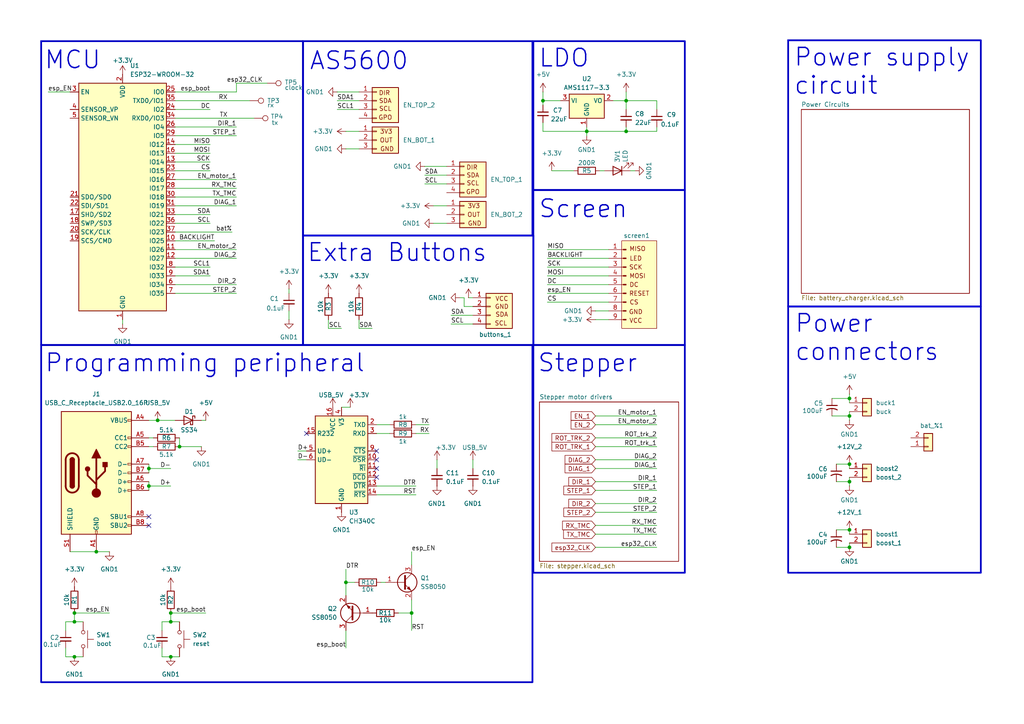
<source format=kicad_sch>
(kicad_sch (version 20250114) (generator "eeschema") (generator_version "9.0")
  (paper "A4")
  (rectangle (start 11.938 11.938) (end 87.884 100.076) (stroke (width 0.508)))
  (rectangle (start 154.686 100.076) (end 198.628 166.116) (stroke (width 0.508)))
  (rectangle (start 87.884 11.938) (end 154.432 68.326) (stroke (width 0.508)))
  (rectangle (start 154.686 11.938) (end 198.628 55.118) (stroke (width 0.508)))
  (rectangle (start 87.884 68.326) (end 154.686 100.076) (stroke (width 0.508)))
  (rectangle (start 228.6 88.9) (end 284.48 166.116) (stroke (width 0.508)))
  (rectangle (start 11.938 100.076) (end 154.432 197.866) (stroke (width 0.508)))
  (rectangle (start 154.686 55.118) (end 198.628 100.076) (stroke (width 0.508)))
  (rectangle (start 228.6 11.684) (end 284.48 88.9) (stroke (width 0.508)))
  (text "Power supply \ncircuit\n" (at 230.124 20.828 0) (effects (font (size 5.08 5.08) (thickness 0.4064) (bold yes)) (justify left)))
  (text "Screen" (at 169.164 60.706 0) (effects (font (size 5.08 5.08) (thickness 0.4064) (bold yes))))
  (text "Programming peripheral" (at 59.436 105.41 0) (effects (font (size 5.08 5.08) (thickness 0.4064) (bold yes))))
  (text "Extra Buttons\n" (at 88.9 73.406 0) (effects (font (size 5.08 5.08) (thickness 0.4064) (bold yes)) (justify left)))
  (text "LDO" (at 163.576 17.018 0) (effects (font (size 5.08 5.08) (thickness 0.4064) (bold yes))))
  (text "MCU" (at 21.082 17.526 0) (effects (font (size 5.08 5.08) (thickness 0.4064) (bold yes))))
  (text "Stepper" (at 170.434 105.41 0) (effects (font (size 5.08 5.08) (thickness 0.4064) (bold yes))))
  (text "AS5600" (at 104.14 17.78 0) (effects (font (size 5.08 5.08) (thickness 0.4064) (bold yes))))
  (text "Power \nconnectors" (at 230.378 98.044 0) (effects (font (size 5.08 5.08) (thickness 0.4064) (bold yes)) (justify left)))
  (junction (at 21.59 190.5))
  (junction (at 246.38 153.67))
  (junction (at 119.38 177.8))
  (junction (at 246.38 139.7))
  (junction (at 52.07 129.54))
  (junction (at 21.59 177.8))
  (junction (at 27.94 160.02))
  (junction (at 43.18 140.97))
  (junction (at 246.38 158.75))
  (junction (at 246.38 115.57))
  (junction (at 49.53 190.5))
  (junction (at 45.72 121.92))
  (junction (at 246.38 120.65))
  (junction (at 246.38 134.62))
  (junction (at 170.18 38.1))
  (junction (at 21.59 180.34))
  (junction (at 49.53 177.8))
  (junction (at 157.48 29.21))
  (junction (at 100.33 168.91))
  (junction (at 181.61 29.21))
  (junction (at 43.18 135.89))
  (junction (at 49.53 180.34))
  (junction (at 181.61 38.1))
  (no_connect (at 88.9 125.73))
  (no_connect (at 109.22 138.43))
  (no_connect (at 43.18 152.4))
  (no_connect (at 43.18 149.86))
  (no_connect (at 109.22 133.35))
  (no_connect (at 109.22 135.89))
  (no_connect (at 109.22 130.81))
  (wire (pts (xy 43.18 121.92) (xy 45.72 121.92)))
  (wire (pts (xy 50.8 62.23) (xy 60.96 62.23)))
  (wire (pts (xy 172.72 142.24) (xy 190.5 142.24)))
  (wire (pts (xy 125.73 59.69) (xy 129.54 59.69)))
  (wire (pts (xy 50.8 36.83) (xy 68.58 36.83)))
  (wire (pts (xy 21.59 177.8) (xy 21.59 180.34)))
  (wire (pts (xy 158.75 72.39) (xy 176.53 72.39)))
  (wire (pts (xy 172.72 120.65) (xy 190.5 120.65)))
  (wire (pts (xy 50.8 80.01) (xy 60.96 80.01)))
  (wire (pts (xy 49.53 180.34) (xy 52.07 180.34)))
  (wire (pts (xy 31.75 160.02) (xy 27.94 160.02)))
  (wire (pts (xy 43.18 135.89) (xy 43.18 137.16)))
  (wire (pts (xy 43.18 140.97) (xy 43.18 142.24)))
  (wire (pts (xy 13.97 26.67) (xy 20.32 26.67)))
  (wire (pts (xy 172.72 133.35) (xy 190.5 133.35)))
  (wire (pts (xy 72.39 29.21) (xy 50.8 29.21)))
  (wire (pts (xy 173.99 49.53) (xy 175.26 49.53)))
  (wire (pts (xy 242.57 153.67) (xy 246.38 153.67)))
  (wire (pts (xy 125.73 64.77) (xy 129.54 64.77)))
  (wire (pts (xy 134.62 86.36) (xy 134.62 88.9)))
  (wire (pts (xy 50.8 44.45) (xy 60.96 44.45)))
  (wire (pts (xy 86.36 130.81) (xy 88.9 130.81)))
  (wire (pts (xy 97.79 29.21) (xy 104.14 29.21)))
  (wire (pts (xy 50.8 41.91) (xy 60.96 41.91)))
  (wire (pts (xy 246.38 119.38) (xy 246.38 120.65)))
  (wire (pts (xy 172.72 148.59) (xy 190.5 148.59)))
  (wire (pts (xy 170.18 38.1) (xy 181.61 38.1)))
  (wire (pts (xy 172.72 139.7) (xy 190.5 139.7)))
  (wire (pts (xy 246.38 115.57) (xy 246.38 116.84)))
  (wire (pts (xy 100.33 165.1) (xy 100.33 168.91)))
  (wire (pts (xy 50.8 85.09) (xy 68.58 85.09)))
  (wire (pts (xy 110.49 168.91) (xy 111.76 168.91)))
  (wire (pts (xy 109.22 140.97) (xy 120.65 140.97)))
  (wire (pts (xy 99.06 118.11) (xy 101.6 118.11)))
  (wire (pts (xy 19.05 190.5) (xy 21.59 190.5)))
  (wire (pts (xy 95.25 92.71) (xy 95.25 95.25)))
  (wire (pts (xy 246.38 139.7) (xy 246.38 140.97)))
  (wire (pts (xy 109.22 125.73) (xy 113.03 125.73)))
  (wire (pts (xy 241.3 115.57) (xy 246.38 115.57)))
  (wire (pts (xy 246.38 114.3) (xy 246.38 115.57)))
  (wire (pts (xy 50.8 39.37) (xy 68.58 39.37)))
  (wire (pts (xy 50.8 74.93) (xy 68.58 74.93)))
  (wire (pts (xy 31.75 177.8) (xy 21.59 177.8)))
  (wire (pts (xy 46.99 190.5) (xy 46.99 187.96)))
  (wire (pts (xy 172.72 92.71) (xy 176.53 92.71)))
  (wire (pts (xy 181.61 31.75) (xy 181.61 29.21)))
  (wire (pts (xy 68.58 24.13) (xy 77.47 24.13)))
  (wire (pts (xy 242.57 139.7) (xy 246.38 139.7)))
  (wire (pts (xy 104.14 92.71) (xy 104.14 95.25)))
  (wire (pts (xy 46.99 180.34) (xy 49.53 180.34)))
  (wire (pts (xy 120.65 143.51) (xy 109.22 143.51)))
  (wire (pts (xy 50.8 67.31) (xy 67.31 67.31)))
  (wire (pts (xy 158.75 85.09) (xy 176.53 85.09)))
  (wire (pts (xy 134.62 88.9) (xy 137.16 88.9)))
  (wire (pts (xy 190.5 36.83) (xy 190.5 38.1)))
  (wire (pts (xy 126.746 133.35) (xy 126.746 135.89)))
  (wire (pts (xy 158.75 80.01) (xy 176.53 80.01)))
  (wire (pts (xy 83.82 85.09) (xy 83.82 83.82)))
  (wire (pts (xy 158.75 82.55) (xy 176.53 82.55)))
  (wire (pts (xy 59.69 177.8) (xy 49.53 177.8)))
  (wire (pts (xy 172.72 129.54) (xy 190.5 129.54)))
  (wire (pts (xy 100.33 168.91) (xy 100.33 172.72)))
  (wire (pts (xy 190.5 158.75) (xy 172.72 158.75)))
  (wire (pts (xy 181.61 38.1) (xy 181.61 36.83)))
  (wire (pts (xy 109.22 123.19) (xy 113.03 123.19)))
  (wire (pts (xy 50.8 57.15) (xy 68.58 57.15)))
  (wire (pts (xy 246.38 138.43) (xy 246.38 139.7)))
  (wire (pts (xy 157.48 26.67) (xy 157.48 29.21)))
  (wire (pts (xy 100.33 38.1) (xy 104.14 38.1)))
  (wire (pts (xy 190.5 31.75) (xy 190.5 29.21)))
  (wire (pts (xy 68.58 26.67) (xy 50.8 26.67)))
  (wire (pts (xy 50.8 34.29) (xy 73.66 34.29)))
  (wire (pts (xy 50.8 31.75) (xy 60.96 31.75)))
  (wire (pts (xy 172.72 154.94) (xy 190.5 154.94)))
  (wire (pts (xy 130.81 93.98) (xy 137.16 93.98)))
  (wire (pts (xy 19.05 187.96) (xy 19.05 190.5)))
  (wire (pts (xy 83.82 90.17) (xy 83.82 92.71)))
  (wire (pts (xy 50.8 46.99) (xy 60.96 46.99)))
  (wire (pts (xy 134.62 86.36) (xy 133.35 86.36)))
  (wire (pts (xy 43.18 129.54) (xy 44.45 129.54)))
  (wire (pts (xy 43.18 127) (xy 44.45 127)))
  (wire (pts (xy 246.38 134.62) (xy 246.38 135.89)))
  (wire (pts (xy 172.72 135.89) (xy 190.5 135.89)))
  (wire (pts (xy 130.81 91.44) (xy 137.16 91.44)))
  (wire (pts (xy 19.05 182.88) (xy 19.05 180.34)))
  (wire (pts (xy 119.38 177.8) (xy 119.38 182.88)))
  (wire (pts (xy 158.75 87.63) (xy 176.53 87.63)))
  (wire (pts (xy 172.72 127) (xy 190.5 127)))
  (wire (pts (xy 95.25 95.25) (xy 99.06 95.25)))
  (wire (pts (xy 184.15 49.53) (xy 182.88 49.53)))
  (wire (pts (xy 35.56 92.71) (xy 35.56 93.98)))
  (wire (pts (xy 135.89 86.36) (xy 137.16 86.36)))
  (wire (pts (xy 157.48 35.56) (xy 157.48 38.1)))
  (wire (pts (xy 20.32 160.02) (xy 27.94 160.02)))
  (wire (pts (xy 50.8 77.47) (xy 60.96 77.47)))
  (wire (pts (xy 50.8 52.07) (xy 68.58 52.07)))
  (wire (pts (xy 172.72 152.4) (xy 190.5 152.4)))
  (wire (pts (xy 45.72 121.92) (xy 50.8 121.92)))
  (wire (pts (xy 137.16 135.89) (xy 137.16 133.35)))
  (wire (pts (xy 19.05 180.34) (xy 21.59 180.34)))
  (wire (pts (xy 170.18 38.1) (xy 170.18 39.37)))
  (wire (pts (xy 97.79 26.67) (xy 104.14 26.67)))
  (wire (pts (xy 158.75 74.93) (xy 176.53 74.93)))
  (wire (pts (xy 177.8 29.21) (xy 181.61 29.21)))
  (wire (pts (xy 50.8 59.69) (xy 68.58 59.69)))
  (wire (pts (xy 123.19 53.34) (xy 129.54 53.34)))
  (wire (pts (xy 68.58 24.13) (xy 68.58 26.67)))
  (wire (pts (xy 43.18 140.97) (xy 49.53 140.97)))
  (wire (pts (xy 43.18 134.62) (xy 43.18 135.89)))
  (wire (pts (xy 50.8 82.55) (xy 68.58 82.55)))
  (wire (pts (xy 43.18 139.7) (xy 43.18 140.97)))
  (wire (pts (xy 157.48 29.21) (xy 157.48 30.48)))
  (wire (pts (xy 124.46 125.73) (xy 120.65 125.73)))
  (wire (pts (xy 119.38 160.02) (xy 119.38 163.83)))
  (wire (pts (xy 158.75 77.47) (xy 176.53 77.47)))
  (wire (pts (xy 172.72 123.19) (xy 190.5 123.19)))
  (wire (pts (xy 123.19 50.8) (xy 129.54 50.8)))
  (wire (pts (xy 50.8 54.61) (xy 68.58 54.61)))
  (wire (pts (xy 100.33 43.18) (xy 104.14 43.18)))
  (wire (pts (xy 181.61 26.67) (xy 181.61 29.21)))
  (wire (pts (xy 246.38 120.65) (xy 246.38 121.92)))
  (wire (pts (xy 49.53 190.5) (xy 52.07 190.5)))
  (wire (pts (xy 46.99 182.88) (xy 46.99 180.34)))
  (wire (pts (xy 170.18 38.1) (xy 170.18 36.83)))
  (wire (pts (xy 172.72 146.05) (xy 190.5 146.05)))
  (wire (pts (xy 43.18 135.89) (xy 49.53 135.89)))
  (wire (pts (xy 157.48 38.1) (xy 170.18 38.1)))
  (wire (pts (xy 86.36 133.35) (xy 88.9 133.35)))
  (wire (pts (xy 100.33 182.88) (xy 100.33 187.96)))
  (wire (pts (xy 246.38 158.75) (xy 246.38 157.48)))
  (wire (pts (xy 124.46 123.19) (xy 120.65 123.19)))
  (wire (pts (xy 160.02 49.53) (xy 166.37 49.53)))
  (wire (pts (xy 242.57 158.75) (xy 246.38 158.75)))
  (wire (pts (xy 172.72 90.17) (xy 176.53 90.17)))
  (wire (pts (xy 181.61 38.1) (xy 190.5 38.1)))
  (wire (pts (xy 50.8 49.53) (xy 60.96 49.53)))
  (wire (pts (xy 241.3 120.65) (xy 246.38 120.65)))
  (wire (pts (xy 115.57 177.8) (xy 119.38 177.8)))
  (wire (pts (xy 49.53 177.8) (xy 49.53 180.34)))
  (wire (pts (xy 46.99 190.5) (xy 49.53 190.5)))
  (wire (pts (xy 123.19 48.26) (xy 129.54 48.26)))
  (wire (pts (xy 242.57 134.62) (xy 246.38 134.62)))
  (wire (pts (xy 50.8 69.85) (xy 62.23 69.85)))
  (wire (pts (xy 157.48 29.21) (xy 162.56 29.21)))
  (wire (pts (xy 50.8 72.39) (xy 68.58 72.39)))
  (wire (pts (xy 97.79 31.75) (xy 104.14 31.75)))
  (wire (pts (xy 21.59 190.5) (xy 24.13 190.5)))
  (wire (pts (xy 59.69 121.92) (xy 58.42 121.92)))
  (wire (pts (xy 246.38 153.67) (xy 246.38 154.94)))
  (wire (pts (xy 52.07 127) (xy 52.07 129.54)))
  (wire (pts (xy 100.33 168.91) (xy 102.87 168.91)))
  (wire (pts (xy 50.8 64.77) (xy 60.96 64.77)))
  (wire (pts (xy 58.42 129.54) (xy 52.07 129.54)))
  (wire (pts (xy 21.59 180.34) (xy 24.13 180.34)))
  (wire (pts (xy 107.95 95.25) (xy 104.14 95.25)))
  (wire (pts (xy 181.61 29.21) (xy 190.5 29.21)))
  (wire (pts (xy 119.38 173.99) (xy 119.38 177.8)))
  (label "SDA1" (at 60.96 80.01 180))
  (label "bat%" (at 67.31 67.31 180))
  (label "DIAG_1" (at 190.5 135.89 180))
  (label "esp32_CLK" (at 190.5 158.75 180))
  (label "RST" (at 119.38 182.88 0))
  (label "STEP_1" (at 68.58 39.37 180))
  (label "RX" (at 66.04 29.21 180))
  (label "MISO" (at 60.96 41.91 180))
  (label "CS" (at 158.75 87.63 0))
  (label "esp32_CLK" (at 76.2 24.13 180))
  (label "DIR_2" (at 68.58 82.55 180))
  (label "SCL" (at 130.81 93.98 0))
  (label "MISO" (at 158.75 72.39 0))
  (label "SCL" (at 123.19 53.34 0))
  (label "TX" (at 124.46 123.19 180))
  (label "RX_TMC" (at 68.58 54.61 180))
  (label "D-" (at 49.53 135.89 180))
  (label "BACKLIGHT" (at 158.75 74.93 0))
  (label "BACKLIGHT" (at 62.23 69.85 180))
  (label "SDA" (at 107.95 95.25 180))
  (label "EN_motor_2" (at 68.58 72.39 180))
  (label "SCL1" (at 60.96 77.47 180))
  (label "DIAG_2" (at 68.58 74.93 180))
  (label "TX" (at 66.04 34.29 180))
  (label "D+" (at 49.53 140.97 180))
  (label "DIAG_1" (at 68.58 59.69 180))
  (label "esp_boot" (at 100.33 187.96 180))
  (label "STEP_2" (at 68.58 85.09 180))
  (label "MOSI" (at 60.96 44.45 180))
  (label "STEP_2" (at 190.5 148.59 180))
  (label "STEP_1" (at 190.5 142.24 180))
  (label "DTR" (at 120.65 140.97 180))
  (label "SDA" (at 123.19 50.8 0))
  (label "DIR_2" (at 190.5 146.05 180))
  (label "D-" (at 86.36 133.35 0))
  (label "ROT_trk_2" (at 190.5 127 180))
  (label "DTR" (at 100.33 165.1 0))
  (label "esp_EN" (at 31.75 177.8 180))
  (label "DC" (at 158.75 82.55 0))
  (label "RX_TMC" (at 190.5 152.4 180))
  (label "ROT_trk_1" (at 190.5 129.54 180))
  (label "EN_motor_1" (at 190.5 120.65 180))
  (label "esp_EN" (at 119.38 160.02 0))
  (label "esp_EN" (at 13.97 26.67 0))
  (label "EN_motor_2" (at 190.5 123.19 180))
  (label "DIAG_2" (at 190.5 133.35 180))
  (label "D+" (at 86.36 130.81 0))
  (label "SDA" (at 130.81 91.44 0))
  (label "esp_boot" (at 59.69 177.8 180))
  (label "TX_TMC" (at 190.5 154.94 180))
  (label "esp_boot" (at 60.96 26.67 180))
  (label "DC" (at 60.96 31.75 180))
  (label "TX_TMC" (at 68.58 57.15 180))
  (label "SCL1" (at 97.79 31.75 0))
  (label "SCL" (at 60.96 64.77 180))
  (label "SCL" (at 99.06 95.25 180))
  (label "RST" (at 120.65 143.51 180))
  (label "SDA1" (at 97.79 29.21 0))
  (label "SCK" (at 158.75 77.47 0))
  (label "CS" (at 60.96 49.53 180))
  (label "EN_motor_1" (at 68.58 52.07 180))
  (label "SDA" (at 60.96 62.23 180))
  (label "DIR_1" (at 190.5 139.7 180))
  (label "MOSI" (at 158.75 80.01 0))
  (label "SCK" (at 60.96 46.99 180))
  (label "esp_EN" (at 158.75 85.09 0))
  (label "RX" (at 124.46 125.73 180))
  (label "DIR_1" (at 68.58 36.83 180))
  (global_label "ROT_TRK_2" (shape input) (at 172.72 127 180) (property "Intersheetrefs" "${INTERSHEET_REFS}" (effects (hide yes))))
  (global_label "EN_2" (shape input) (at 172.72 123.19 180) (property "Intersheetrefs" "${INTERSHEET_REFS}" (effects (hide yes))))
  (global_label "ROT_TRK_1" (shape input) (at 172.72 129.54 180) (property "Intersheetrefs" "${INTERSHEET_REFS}" (effects (hide yes))))
  (global_label "EN_1" (shape input) (at 172.72 120.65 180) (property "Intersheetrefs" "${INTERSHEET_REFS}" (effects (hide yes))))
  (global_label "STEP_1" (shape input) (at 172.72 142.24 180) (property "Intersheetrefs" "${INTERSHEET_REFS}" (effects (hide yes))))
  (global_label "esp32_CLK" (shape input) (at 172.72 158.75 180) (property "Intersheetrefs" "${INTERSHEET_REFS}" (effects (hide yes))))
  (global_label "DIR_2" (shape input) (at 172.72 146.05 180) (property "Intersheetrefs" "${INTERSHEET_REFS}" (effects (hide yes))))
  (global_label "DIR_1" (shape input) (at 172.72 139.7 180) (property "Intersheetrefs" "${INTERSHEET_REFS}" (effects (hide yes))))
  (global_label "STEP_2" (shape input) (at 172.72 148.59 180) (property "Intersheetrefs" "${INTERSHEET_REFS}" (effects (hide yes))))
  (global_label "DIAG_2" (shape input) (at 172.72 133.35 180) (property "Intersheetrefs" "${INTERSHEET_REFS}" (effects (hide yes))))
  (global_label "RX_TMC" (shape input) (at 172.72 152.4 180) (property "Intersheetrefs" "${INTERSHEET_REFS}" (effects (hide yes))))
  (global_label "TX_TMC" (shape input) (at 172.72 154.94 180) (property "Intersheetrefs" "${INTERSHEET_REFS}" (effects (hide yes))))
  (global_label "DIAG_1" (shape input) (at 172.72 135.89 180) (property "Intersheetrefs" "${INTERSHEET_REFS}" (effects (hide yes))))
  (symbol (lib_id "Device:C_Small") (at 157.48 33.02 0) (mirror y) (unit 1)
    (property "Reference" "C7" (at 163.068 32.004 0) (effects (justify left)))
    (property "Value" "22uF" (at 164.592 34.544 0) (effects (justify left)))
    (property "Footprint" "PCM_4ms_Capacitor:C_0603" (effects (hide yes)))
    (property "Description" "Unpolarized capacitor, small symbol" (effects (hide yes)))
  )
  (symbol (lib_id "Connector:Conn_01x09_Pin") (at 181.61 82.55 0) (mirror y) (unit 1)
    (property "Reference" "screen1" (at 180.848 68.326 0) (effects (justify right)))
    (property "Value" "Conn_01x09_Pin" (effects (hide yes)))
    (property "Footprint" "Connector_PinSocket_2.54mm:PinSocket_1x09_P2.54mm_Vertical" (effects (hide yes)))
    (property "Description" "Generic connector, single row, 01x09, script generated" (effects (hide yes)))
  )
  (symbol (lib_id "power:+5V") (at 59.69 121.92 0) (unit 1)
    (property "Reference" "#PWR029" (effects (hide yes)))
    (property "Value" "+5V" (at 59.69 116.84 0))
    (property "Description" "Power symbol creates a global label with name \"+5V\"" (effects (hide yes)))
  )
  (symbol (lib_id "Connector_Generic:Conn_01x03") (at 109.22 40.64 0) (unit 1)
    (property "Reference" "EN_BOT_1" (at 116.84 40.6399 0) (effects (justify left)))
    (property "Value" "Conn_01x03" (effects (hide yes)))
    (property "Footprint" "Connector_PinHeader_2.54mm:PinHeader_1x03_P2.54mm_Vertical" (effects (hide yes)))
    (property "Description" "Generic connector, single row, 01x03, script generated (kicad-library-utils/schlib/autogen/connector/)" (effects (hide yes)))
  )
  (symbol (lib_id "power:+3.3V") (at 104.14 85.09 0) (unit 1)
    (property "Reference" "#PWR019" (effects (hide yes)))
    (property "Value" "+3.3V" (at 104.14 80.01 0))
    (property "Description" "Power symbol creates a global label with name \"+3.3V\"" (effects (hide yes)))
  )
  (symbol (lib_id "Device:LED") (at 179.07 49.53 180) (unit 1)
    (property "Reference" "3V1" (at 179.07 43.434 90) (effects (justify left)))
    (property "Value" "LED" (at 181.356 43.434 90) (effects (justify left)))
    (property "Footprint" "PCM_LED_SMD_AKL:LED_0603_1608Metric_Pad1.05x0.95mm" (effects (hide yes)))
    (property "Description" "Light emitting diode" (effects (hide yes)))
    (property "Sim.Pins" "1=K 2=A" (effects (hide yes)))
  )
  (symbol (lib_id "Device:R") (at 116.84 125.73 90) (unit 1)
    (property "Reference" "R9" (at 116.84 125.73 90))
    (property "Value" "1k" (at 116.84 128.016 90))
    (property "Footprint" "PCM_4ms_Resistor:R_0603" (effects (hide yes)))
    (property "Description" "Resistor" (effects (hide yes)))
  )
  (symbol (lib_id "Device:C_Small_US") (at 241.3 118.11 0) (mirror y) (unit 1)
    (property "Reference" "C5" (at 238.76 116.9669 0) (effects (justify left)))
    (property "Value" "100uF" (at 238.76 119.126 0) (effects (justify left)))
    (property "Footprint" "PCM_Capacitor_SMD_Handsoldering_AKL:C_Elec_6.3x7.7" (effects (hide yes)))
    (property "Description" "capacitor, small US symbol" (effects (hide yes)))
  )
  (symbol (lib_id "Connector:USB_C_Receptacle_USB2.0_16P") (at 27.94 137.16 0) (unit 1)
    (property "Reference" "J1" (at 27.94 114.3 0))
    (property "Value" "USB_C_Receptacle_USB2.0_16P" (at 27.94 116.84 0))
    (property "Footprint" "Connector_USB:USB_C_Receptacle_GCT_USB4105-xx-A_16P_TopMnt_Horizontal" (effects (hide yes)))
    (property "Datasheet" "https://www.usb.org/sites/default/files/documents/usb_type-c.zip" (effects (hide yes)))
    (property "Description" "USB 2.0-only 16P Type-C Receptacle connector" (effects (hide yes)))
  )
  (symbol (lib_id "PCM_4ms_Connector:Conn_01x04") (at 134.62 50.8 0) (unit 1)
    (property "Reference" "EN_TOP_1" (at 142.24 52.0699 0) (effects (justify left)))
    (property "Value" "Conn_01x04" (effects (hide yes)))
    (property "Footprint" "Connector_PinHeader_2.54mm:PinHeader_1x04_P2.54mm_Vertical" (effects (hide yes)))
    (property "Description" "HEADER 1x4 MALE PINS 0.100” 180deg" (effects (hide yes)))
    (property "Specifications" "HEADER 1x4 MALE PINS 0.100” 180deg" (effects (hide yes)))
    (property "Manufacturer" "TAD" (effects (hide yes)))
    (property "Part Number" "1-0401FBV0T" (effects (hide yes)))
  )
  (symbol (lib_id "Device:R") (at 104.14 88.9 0) (unit 1)
    (property "Reference" "R4" (at 104.14 88.9 90))
    (property "Value" "10k" (at 101.854 88.9 90))
    (property "Footprint" "PCM_4ms_Resistor:R_0603" (effects (hide yes)))
    (property "Description" "Resistor" (effects (hide yes)))
  )
  (symbol (lib_id "PCM_4ms_Connector:Conn_01x02") (at 251.46 135.89 0) (unit 1)
    (property "Reference" "boost2" (at 254 135.8899 0) (effects (justify left)))
    (property "Value" "boost_2" (at 254 138.4299 0) (effects (justify left)))
    (property "Footprint" "Connector_JST:JST_VH_B2P-VH-B_1x02_P3.96mm_Vertical" (effects (hide yes)))
    (property "Description" "HEADER 1x2 MALE PINS 0.100” 180deg" (effects (hide yes)))
    (property "Specifications" "Pins_01x02, Header, Male Pins, 1*2, spacing 2.54mm, straight pin" (effects (hide yes)))
    (property "Manufacturer" "TAD" (effects (hide yes)))
    (property "Part Number" "1-0201FBV0T" (effects (hide yes)))
  )
  (symbol (lib_id "power:GND") (at 31.75 160.02 0) (unit 1)
    (property "Reference" "#PWR040" (effects (hide yes)))
    (property "Value" "GND1" (at 31.75 165.1 0))
    (property "Description" "Power symbol creates a global label with name \"GND\" , ground" (effects (hide yes)))
  )
  (symbol (lib_id "Connector:TestPoint") (at 72.39 29.21 270) (unit 1)
    (property "Reference" "TP3" (at 77.47 29.21 90) (effects (justify left)))
    (property "Value" "rx" (at 77.47 30.4799 90) (effects (justify left)))
    (property "Footprint" "TestPoint:TestPoint_Pad_D1.0mm" (effects (hide yes)))
    (property "Description" "test point" (effects (hide yes)))
  )
  (symbol (lib_id "power:+3.3V") (at 126.746 133.35 0) (unit 1)
    (property "Reference" "#PWR0130" (effects (hide yes)))
    (property "Value" "+3.3V" (at 129.286 129.794 0))
    (property "Description" "Power symbol creates a global label with name \"+3.3V\"" (effects (hide yes)))
  )
  (symbol (lib_id "Device:C_Small") (at 83.82 87.63 0) (unit 1)
    (property "Reference" "C1" (at 78.232 86.614 0) (effects (justify left)))
    (property "Value" "0.1uF" (at 77.216 89.408 0) (effects (justify left)))
    (property "Footprint" "PCM_4ms_Capacitor:C_0603" (effects (hide yes)))
    (property "Description" "Unpolarized capacitor, small symbol" (effects (hide yes)))
  )
  (symbol (lib_id "power:+3.3V") (at 83.82 83.82 0) (unit 1)
    (property "Reference" "#PWR02" (effects (hide yes)))
    (property "Value" "+3.3V" (at 83.82 78.74 0))
    (property "Description" "Power symbol creates a global label with name \"+3.3V\"" (effects (hide yes)))
  )
  (symbol (lib_id "power:+3.3V") (at 135.89 86.36 0) (unit 1)
    (property "Reference" "#PWR021" (effects (hide yes)))
    (property "Value" "+3.3V" (at 135.89 81.28 0))
    (property "Description" "Power symbol creates a global label with name \"+3.3V\"" (effects (hide yes)))
  )
  (symbol (lib_id "PCM_4ms_Connector:Conn_01x02") (at 251.46 154.94 0) (unit 1)
    (property "Reference" "boost1" (at 254 154.9399 0) (effects (justify left)))
    (property "Value" "boost_1" (at 254 157.4799 0) (effects (justify left)))
    (property "Footprint" "Connector_JST:JST_VH_B2P-VH-B_1x02_P3.96mm_Vertical" (effects (hide yes)))
    (property "Description" "HEADER 1x2 MALE PINS 0.100” 180deg" (effects (hide yes)))
    (property "Specifications" "Pins_01x02, Header, Male Pins, 1*2, spacing 2.54mm, straight pin" (effects (hide yes)))
    (property "Manufacturer" "TAD" (effects (hide yes)))
    (property "Part Number" "1-0201FBV0T" (effects (hide yes)))
  )
  (symbol (lib_id "power:+3.3V") (at 35.56 21.59 0) (unit 1)
    (property "Reference" "#PWR01" (effects (hide yes)))
    (property "Value" "+3.3V" (at 35.56 17.526 0))
    (property "Description" "Power symbol creates a global label with name \"+3.3V\"" (effects (hide yes)))
  )
  (symbol (lib_id "Device:R") (at 116.84 123.19 90) (unit 1)
    (property "Reference" "R8" (at 116.84 123.19 90))
    (property "Value" "1k" (at 116.84 120.904 90))
    (property "Footprint" "PCM_4ms_Resistor:R_0603" (effects (hide yes)))
    (property "Description" "Resistor" (effects (hide yes)))
  )
  (symbol (lib_id "power:+3.3V") (at 49.53 170.18 0) (unit 1)
    (property "Reference" "#PWR04" (effects (hide yes)))
    (property "Value" "+3.3V" (at 49.53 165.1 0))
    (property "Description" "Power symbol creates a global label with name \"+3.3V\"" (effects (hide yes)))
  )
  (symbol (lib_id "Interface_USB:CH340C") (at 99.06 133.35 0) (unit 1)
    (property "Reference" "U3" (at 101.2033 148.59 0) (effects (justify left)))
    (property "Value" "CH340C" (at 101.2033 151.13 0) (effects (justify left)))
    (property "Footprint" "Package_SO:SOIC-16_3.9x9.9mm_P1.27mm" (effects (hide yes)))
    (property "Datasheet" "https://datasheet.lcsc.com/szlcsc/Jiangsu-Qin-Heng-CH340C_C84681.pdf" (effects (hide yes)))
    (property "Description" "USB serial converter, crystal-less, UART, SOIC-16" (effects (hide yes)))
  )
  (symbol (lib_id "power:+12V") (at 246.38 153.67 0) (unit 1)
    (property "Reference" "#PWR015" (effects (hide yes)))
    (property "Value" "+12V_1" (at 246.38 148.59 0))
    (property "Description" "Power symbol creates a global label with name \"+12V\"" (effects (hide yes)))
  )
  (symbol (lib_id "power:+3.3V") (at 181.61 26.67 0) (unit 1)
    (property "Reference" "#PWR027" (effects (hide yes)))
    (property "Value" "+3.3V" (at 181.61 21.59 0))
    (property "Description" "Power symbol creates a global label with name \"+3.3V\"" (effects (hide yes)))
  )
  (symbol (lib_id "Diode:1N5822") (at 54.61 121.92 0) (mirror y) (unit 1)
    (property "Reference" "D1" (at 56.1976 119.38 0) (effects (justify left)))
    (property "Value" "SS34" (at 57.404 124.714 0) (effects (justify left)))
    (property "Footprint" "Diode_SMD:D_SMA" (effects (hide yes)))
    (property "Datasheet" "http://www.vishay.com/docs/88526/1n5820.pdf" (effects (hide yes)))
    (property "Description" "40V 3A Schottky Barrier Rectifier Diode, DO-201AD" (effects (hide yes)))
  )
  (symbol (lib_id "Device:R") (at 95.25 88.9 0) (unit 1)
    (property "Reference" "R3" (at 95.25 88.9 90))
    (property "Value" "10k" (at 92.964 88.9 90))
    (property "Footprint" "PCM_4ms_Resistor:R_0603" (effects (hide yes)))
    (property "Description" "Resistor" (effects (hide yes)))
  )
  (symbol (lib_id "power:GND") (at 133.35 86.36 270) (unit 1)
    (property "Reference" "#PWR020" (effects (hide yes)))
    (property "Value" "GND1" (at 129.54 86.3599 90) (effects (justify right)))
    (property "Description" "Power symbol creates a global label with name \"GND\" , ground" (effects (hide yes)))
  )
  (symbol (lib_id "Device:C_Small") (at 19.05 185.42 0) (unit 1)
    (property "Reference" "C2" (at 14.478 184.912 0) (effects (justify left)))
    (property "Value" "0.1uF" (at 12.446 186.944 0) (effects (justify left)))
    (property "Footprint" "PCM_4ms_Capacitor:C_0603" (effects (hide yes)))
    (property "Description" "Unpolarized capacitor, small symbol" (effects (hide yes)))
  )
  (symbol (lib_id "Device:R") (at 49.53 173.99 0) (unit 1)
    (property "Reference" "R2" (at 49.53 173.99 90))
    (property "Value" "10k" (at 47.244 173.99 90))
    (property "Footprint" "PCM_4ms_Resistor:R_0603" (effects (hide yes)))
    (property "Description" "Resistor" (effects (hide yes)))
  )
  (symbol (lib_id "power:GND") (at 126.746 140.97 0) (unit 1)
    (property "Reference" "#PWR038" (effects (hide yes)))
    (property "Value" "GND1" (at 126.746 146.05 0))
    (property "Description" "Power symbol creates a global label with name \"GND\" , ground" (effects (hide yes)))
  )
  (symbol (lib_id "power:+5V") (at 157.48 26.67 0) (unit 1)
    (property "Reference" "#PWR026" (effects (hide yes)))
    (property "Value" "+5V" (at 157.48 21.59 0))
    (property "Description" "Power symbol creates a global label with name \"+5V\"" (effects (hide yes)))
  )
  (symbol (lib_id "power:GND") (at 58.42 129.54 0) (unit 1)
    (property "Reference" "#PWR036" (effects (hide yes)))
    (property "Value" "GND1" (at 58.42 134.62 0))
    (property "Description" "Power symbol creates a global label with name \"GND\" , ground" (effects (hide yes)))
  )
  (symbol (lib_id "Device:C_Small") (at 181.61 34.29 0) (unit 1)
    (property "Reference" "C8" (at 184.15 33.0262 0) (effects (justify left)))
    (property "Value" "22uF" (at 184.15 35.5662 0) (effects (justify left)))
    (property "Footprint" "PCM_4ms_Capacitor:C_0603" (effects (hide yes)))
    (property "Description" "Unpolarized capacitor, small symbol" (effects (hide yes)))
  )
  (symbol (lib_id "power:GND") (at 99.06 148.59 0) (unit 1)
    (property "Reference" "#PWR039" (effects (hide yes)))
    (property "Value" "GND1" (at 99.06 153.67 0))
    (property "Description" "Power symbol creates a global label with name \"GND\" , ground" (effects (hide yes)))
  )
  (symbol (lib_id "power:+1V0") (at 45.72 121.92 0) (unit 1)
    (property "Reference" "#PWR028" (effects (hide yes)))
    (property "Value" "USB_5V" (at 45.72 116.84 0))
    (property "Description" "Power symbol creates a global label with name \"+1V0\"" (effects (hide yes)))
  )
  (symbol (lib_id "Device:C_Small_US") (at 242.57 156.21 0) (mirror y) (unit 1)
    (property "Reference" "C4" (at 240.03 155.0669 0) (effects (justify left)))
    (property "Value" "100uF" (at 240.03 157.226 0) (effects (justify left)))
    (property "Footprint" "PCM_Capacitor_SMD_Handsoldering_AKL:C_Elec_6.3x7.7" (effects (hide yes)))
    (property "Description" "capacitor, small US symbol" (effects (hide yes)))
  )
  (symbol (lib_id "Device:R") (at 170.18 49.53 270) (mirror x) (unit 1)
    (property "Reference" "R5" (at 170.18 49.53 90))
    (property "Value" "200R" (at 170.18 47.244 90))
    (property "Footprint" "PCM_4ms_Resistor:R_0603" (effects (hide yes)))
    (property "Description" "Resistor" (effects (hide yes)))
  )
  (symbol (lib_id "PCM_4ms_Connector:Conn_01x02") (at 251.46 116.84 0) (unit 1)
    (property "Reference" "buck1" (at 254 116.8399 0) (effects (justify left)))
    (property "Value" "buck" (at 254 119.3799 0) (effects (justify left)))
    (property "Footprint" "Connector_JST:JST_VH_B2P-VH-B_1x02_P3.96mm_Vertical" (effects (hide yes)))
    (property "Description" "HEADER 1x2 MALE PINS 0.100” 180deg" (effects (hide yes)))
    (property "Specifications" "Pins_01x02, Header, Male Pins, 1*2, spacing 2.54mm, straight pin" (effects (hide yes)))
    (property "Manufacturer" "TAD" (effects (hide yes)))
    (property "Part Number" "1-0201FBV0T" (effects (hide yes)))
  )
  (symbol (lib_id "power:+3.3V") (at 95.25 85.09 0) (unit 1)
    (property "Reference" "#PWR018" (effects (hide yes)))
    (property "Value" "+3.3V" (at 95.25 80.01 0))
    (property "Description" "Power symbol creates a global label with name \"+3.3V\"" (effects (hide yes)))
  )
  (symbol (lib_id "power:+5V") (at 137.16 133.35 0) (mirror y) (unit 1)
    (property "Reference" "#PWR0131" (effects (hide yes)))
    (property "Value" "USB_5V" (at 137.668 129.794 0))
    (property "Description" "Power symbol creates a global label with name \"+5V\"" (effects (hide yes)))
  )
  (symbol (lib_id "Switch:SW_Push") (at 24.13 185.42 270) (unit 1)
    (property "Reference" "SW1" (at 27.94 184.1499 90) (effects (justify left)))
    (property "Value" "boot" (at 27.94 186.6899 90) (effects (justify left)))
    (property "Footprint" "Button_Switch_SMD:SW_SPST_CK_RS282G05A3" (effects (hide yes)))
    (property "Description" "Push button switch, generic, two pins" (effects (hide yes)))
  )
  (symbol (lib_id "power:GND") (at 83.82 92.71 0) (unit 1)
    (property "Reference" "#PWR07" (effects (hide yes)))
    (property "Value" "GND1" (at 83.82 97.79 0))
    (property "Description" "Power symbol creates a global label with name \"GND\" , ground" (effects (hide yes)))
  )
  (symbol (lib_id "Switch:SW_Push") (at 52.07 185.42 270) (unit 1)
    (property "Reference" "SW2" (at 55.88 184.1499 90) (effects (justify left)))
    (property "Value" "reset" (at 55.88 186.6899 90) (effects (justify left)))
    (property "Footprint" "Button_Switch_SMD:SW_SPST_CK_RS282G05A3" (effects (hide yes)))
    (property "Description" "Push button switch, generic, two pins" (effects (hide yes)))
  )
  (symbol (lib_id "power:+3.3V") (at 100.33 38.1 90) (unit 1)
    (property "Reference" "#PWR08" (effects (hide yes)))
    (property "Value" "+3.3V" (at 96.52 38.0999 90) (effects (justify left)))
    (property "Description" "Power symbol creates a global label with name \"+3.3V\"" (effects (hide yes)))
  )
  (symbol (lib_id "RF_Module:ESP32-WROOM-32") (at 35.56 57.15 0) (unit 1)
    (property "Reference" "U1" (at 37.7033 19.05 0) (effects (justify left)))
    (property "Value" "ESP32-WROOM-32" (at 37.7033 21.59 0) (effects (justify left)))
    (property "Footprint" "RF_Module:ESP32-WROOM-32" (effects (hide yes)))
    (property "Datasheet" "https://www.espressif.com/sites/default/files/documentation/esp32-wroom-32_datasheet_en.pdf" (effects (hide yes)))
    (property "Description" "RF Module, ESP32-D0WDQ6 SoC, Wi-Fi 802.11b/g/n, Bluetooth, BLE, 32-bit, 2.7-3.6V, onboard antenna, SMD" (effects (hide yes)))
  )
  (symbol (lib_id "power:GND") (at 100.33 43.18 270) (unit 1)
    (property "Reference" "#PWR012" (effects (hide yes)))
    (property "Value" "GND1" (at 96.52 43.1799 90) (effects (justify right)))
    (property "Description" "Power symbol creates a global label with name \"GND\" , ground" (effects (hide yes)))
  )
  (symbol (lib_id "Device:C_Small") (at 190.5 34.29 0) (mirror y) (unit 1)
    (property "Reference" "C9" (at 196.088 33.274 0) (effects (justify left)))
    (property "Value" "0.1uF" (at 197.104 36.068 0) (effects (justify left)))
    (property "Footprint" "PCM_4ms_Capacitor:C_0603" (effects (hide yes)))
    (property "Description" "Unpolarized capacitor, small symbol" (effects (hide yes)))
  )
  (symbol (lib_id "Connector:TestPoint") (at 73.66 34.29 270) (unit 1)
    (property "Reference" "TP4" (at 78.486 33.782 90) (effects (justify left)))
    (property "Value" "tx" (at 78.74 35.5599 90) (effects (justify left)))
    (property "Footprint" "TestPoint:TestPoint_Pad_D1.0mm" (effects (hide yes)))
    (property "Description" "test point" (effects (hide yes)))
  )
  (symbol (lib_name "Conn_01x04_1") (lib_id "PCM_4ms_Connector:Conn_01x04") (at 142.24 88.9 0) (unit 1)
    (property "Reference" "buttons_1" (at 138.938 97.028 0) (effects (justify left)))
    (property "Value" "Conn_01x04" (effects (hide yes)))
    (property "Footprint" "Connector_PinHeader_2.54mm:PinHeader_1x04_P2.54mm_Vertical" (effects (hide yes)))
    (property "Description" "HEADER 1x4 MALE PINS 0.100” 180deg" (effects (hide yes)))
    (property "Specifications" "HEADER 1x4 MALE PINS 0.100” 180deg" (effects (hide yes)))
    (property "Manufacturer" "TAD" (effects (hide yes)))
    (property "Part Number" "1-0401FBV0T" (effects (hide yes)))
  )
  (symbol (lib_id "Device:C_Small") (at 126.746 138.43 0) (unit 1)
    (property "Reference" "C11" (at 129.286 137.1662 0) (effects (justify left)))
    (property "Value" "0.1uF" (at 129.286 139.7062 0) (effects (justify left)))
    (property "Footprint" "PCM_4ms_Capacitor:C_0603" (effects (hide yes)))
    (property "Description" "Unpolarized capacitor, small symbol" (effects (hide yes)))
  )
  (symbol (lib_id "Device:R") (at 21.59 173.99 0) (unit 1)
    (property "Reference" "R1" (at 21.59 173.99 90))
    (property "Value" "10k" (at 19.304 173.99 90))
    (property "Footprint" "PCM_4ms_Resistor:R_0603" (effects (hide yes)))
    (property "Description" "Resistor" (effects (hide yes)))
  )
  (symbol (lib_id "power:+3.3V") (at 160.02 49.53 0) (unit 1)
    (property "Reference" "#PWR025" (effects (hide yes)))
    (property "Value" "+3.3V" (at 160.02 44.45 0))
    (property "Description" "Power symbol creates a global label with name \"+3.3V\"" (effects (hide yes)))
  )
  (symbol (lib_id "Device:R") (at 48.26 127 270) (unit 1)
    (property "Reference" "R6" (at 48.26 127 90))
    (property "Value" "5.1k" (at 48.26 124.714 90))
    (property "Footprint" "PCM_4ms_Resistor:R_0603" (effects (hide yes)))
    (property "Description" "Resistor" (effects (hide yes)))
  )
  (symbol (lib_id "Connector:TestPoint") (at 77.47 24.13 270) (unit 1)
    (property "Reference" "TP5" (at 82.55 23.876 90) (effects (justify left)))
    (property "Value" "clock" (at 82.55 25.3999 90) (effects (justify left)))
    (property "Footprint" "TestPoint:TestPoint_Pad_D1.0mm" (effects (hide yes)))
    (property "Description" "test point" (effects (hide yes)))
  )
  (symbol (lib_id "Device:C_Small") (at 46.99 185.42 0) (unit 1)
    (property "Reference" "C3" (at 42.418 184.912 0) (effects (justify left)))
    (property "Value" "0.1uF" (at 41.402 187.198 0) (effects (justify left)))
    (property "Footprint" "PCM_4ms_Capacitor:C_0603" (effects (hide yes)))
    (property "Description" "Unpolarized capacitor, small symbol" (effects (hide yes)))
  )
  (symbol (lib_id "power:GND") (at 137.16 140.97 0) (unit 1)
    (property "Reference" "#PWR037" (effects (hide yes)))
    (property "Value" "GND1" (at 137.16 146.05 0))
    (property "Description" "Power symbol creates a global label with name \"GND\" , ground" (effects (hide yes)))
  )
  (symbol (lib_id "Transistor_BJT:SS8050") (at 102.87 177.8 180) (unit 1)
    (property "Reference" "Q2" (at 97.79 176.5299 0) (effects (justify left)))
    (property "Value" "SS8050" (at 97.79 179.0699 0) (effects (justify left)))
    (property "Footprint" "Package_TO_SOT_SMD:SOT-23" (effects (hide yes)))
    (property "Datasheet" "http://www.secosgmbh.com/datasheet/products/SSMPTransistor/SOT-23/SS8050.pdf" (effects (hide yes)))
    (property "Description" "General Purpose NPN Transistor, 1.5A Ic, 25V Vce, SOT-23" (effects (hide yes)))
  )
  (symbol (lib_id "power:+3.3V") (at 21.59 170.18 0) (unit 1)
    (property "Reference" "#PWR03" (effects (hide yes)))
    (property "Value" "+3.3V" (at 21.59 165.1 0))
    (property "Description" "Power symbol creates a global label with name \"+3.3V\"" (effects (hide yes)))
  )
  (symbol (lib_id "Regulator_Linear:AMS1117-3.3") (at 170.18 29.21 0) (unit 1)
    (property "Reference" "U2" (at 170.18 22.86 0))
    (property "Value" "AMS1117-3.3" (at 170.18 25.4 0))
    (property "Footprint" "Package_TO_SOT_SMD:SOT-223-3_TabPin2" (effects (hide yes)))
    (property "Datasheet" "http://www.advanced-monolithic.com/pdf/ds1117.pdf" (effects (hide yes)))
    (property "Description" "1A Low Dropout regulator, positive, 3.3V fixed output, SOT-223" (effects (hide yes)))
  )
  (symbol (lib_id "power:GND") (at 184.15 49.53 90) (unit 1)
    (property "Reference" "#PWR034" (effects (hide yes)))
    (property "Value" "GND1" (at 188.214 49.53 0))
    (property "Description" "Power symbol creates a global label with name \"GND\" , ground" (effects (hide yes)))
  )
  (symbol (lib_id "power:GND") (at 170.18 39.37 0) (unit 1)
    (property "Reference" "#PWR033" (effects (hide yes)))
    (property "Value" "GND1" (at 170.18 43.434 0))
    (property "Description" "Power symbol creates a global label with name \"GND\" , ground" (effects (hide yes)))
  )
  (symbol (lib_id "Device:C_Small") (at 137.16 138.43 0) (unit 1)
    (property "Reference" "C10" (at 139.7 137.1662 0) (effects (justify left)))
    (property "Value" "0.1uF" (at 139.7 139.7062 0) (effects (justify left)))
    (property "Footprint" "PCM_4ms_Capacitor:C_0603" (effects (hide yes)))
    (property "Description" "Unpolarized capacitor, small symbol" (effects (hide yes)))
  )
  (symbol (lib_id "power:GND") (at 246.38 121.92 0) (unit 1)
    (property "Reference" "#PWR022" (effects (hide yes)))
    (property "Value" "GND1" (at 246.38 125.984 0))
    (property "Description" "Power symbol creates a global label with name \"GND\" , ground" (effects (hide yes)))
  )
  (symbol (lib_id "power:GND") (at 246.38 140.97 0) (unit 1)
    (property "Reference" "#PWR024" (effects (hide yes)))
    (property "Value" "GND1" (at 246.38 145.034 0))
    (property "Description" "Power symbol creates a global label with name \"GND\" , ground" (effects (hide yes)))
  )
  (symbol (lib_id "power:GND") (at 172.72 90.17 270) (unit 1)
    (property "Reference" "#PWR032" (effects (hide yes)))
    (property "Value" "GND1" (at 168.91 90.1699 90) (effects (justify right)))
    (property "Description" "Power symbol creates a global label with name \"GND\" , ground" (effects (hide yes)))
  )
  (symbol (lib_id "power:GND") (at 35.56 93.98 0) (unit 1)
    (property "Reference" "#PWR014" (effects (hide yes)))
    (property "Value" "GND1" (at 35.56 99.06 0))
    (property "Description" "Power symbol creates a global label with name \"GND\" , ground" (effects (hide yes)))
  )
  (symbol (lib_id "power:+5V") (at 96.52 118.11 0) (unit 1)
    (property "Reference" "#PWR030" (effects (hide yes)))
    (property "Value" "USB_5V" (at 96.012 114.554 0))
    (property "Description" "Power symbol creates a global label with name \"+5V\"" (effects (hide yes)))
  )
  (symbol (lib_id "Connector_Generic:Conn_01x03") (at 134.62 62.23 0) (unit 1)
    (property "Reference" "EN_BOT_2" (at 142.24 62.2299 0) (effects (justify left)))
    (property "Value" "Conn_01x03" (effects (hide yes)))
    (property "Footprint" "Connector_PinHeader_2.54mm:PinHeader_1x03_P2.54mm_Vertical" (effects (hide yes)))
    (property "Description" "Generic connector, single row, 01x03, script generated (kicad-library-utils/schlib/autogen/connector/)" (effects (hide yes)))
  )
  (symbol (lib_id "PCM_4ms_Connector:Conn_01x02") (at 269.24 129.54 0) (mirror x) (unit 1)
    (property "Reference" "bat_%1" (at 270.256 123.444 0))
    (property "Value" "battery _percentage" (effects (hide yes)))
    (property "Footprint" "Connector_PinHeader_2.54mm:PinHeader_1x02_P2.54mm_Vertical" (effects (hide yes)))
    (property "Description" "HEADER 1x2 MALE PINS 0.100” 180deg" (effects (hide yes)))
    (property "Specifications" "Pins_01x02, Header, Male Pins, 1*2, spacing 2.54mm, straight pin" (effects (hide yes)))
    (property "Manufacturer" "TAD" (effects (hide yes)))
    (property "Part Number" "1-0201FBV0T" (effects (hide yes)))
  )
  (symbol (lib_id "Transistor_BJT:SS8050") (at 116.84 168.91 0) (unit 1)
    (property "Reference" "Q1" (at 121.92 167.6399 0) (effects (justify left)))
    (property "Value" "SS8050" (at 121.92 170.1799 0) (effects (justify left)))
    (property "Footprint" "Package_TO_SOT_SMD:SOT-23" (effects (hide yes)))
    (property "Datasheet" "http://www.secosgmbh.com/datasheet/products/SSMPTransistor/SOT-23/SS8050.pdf" (effects (hide yes)))
    (property "Description" "General Purpose NPN Transistor, 1.5A Ic, 25V Vce, SOT-23" (effects (hide yes)))
  )
  (symbol (lib_id "power:+3.3V") (at 125.73 59.69 90) (unit 1)
    (property "Reference" "#PWR09" (effects (hide yes)))
    (property "Value" "+3.3V" (at 121.92 59.6899 90) (effects (justify left)))
    (property "Description" "Power symbol creates a global label with name \"+3.3V\"" (effects (hide yes)))
  )
  (symbol (lib_id "power:GND") (at 21.59 190.5 0) (unit 1)
    (property "Reference" "#PWR010" (effects (hide yes)))
    (property "Value" "GND1" (at 21.59 195.58 0))
    (property "Description" "Power symbol creates a global label with name \"GND\" , ground" (effects (hide yes)))
  )
  (symbol (lib_id "power:GND") (at 246.38 158.75 0) (unit 1)
    (property "Reference" "#PWR016" (effects (hide yes)))
    (property "Value" "GND1" (at 246.38 162.814 0))
    (property "Description" "Power symbol creates a global label with name \"GND\" , ground" (effects (hide yes)))
  )
  (symbol (lib_id "Device:R") (at 111.76 177.8 90) (unit 1)
    (property "Reference" "R11" (at 111.76 177.8 90))
    (property "Value" "10k" (at 111.76 179.832 90))
    (property "Footprint" "PCM_4ms_Resistor:R_0603" (effects (hide yes)))
    (property "Description" "Resistor" (effects (hide yes)))
  )
  (symbol (lib_id "power:GND") (at 49.53 190.5 0) (unit 1)
    (property "Reference" "#PWR011" (effects (hide yes)))
    (property "Value" "GND1" (at 49.53 195.58 0))
    (property "Description" "Power symbol creates a global label with name \"GND\" , ground" (effects (hide yes)))
  )
  (symbol (lib_id "power:GND") (at 97.79 26.67 270) (unit 1)
    (property "Reference" "#PWR06" (effects (hide yes)))
    (property "Value" "GND1" (at 93.98 26.6699 90) (effects (justify right)))
    (property "Description" "Power symbol creates a global label with name \"GND\" , ground" (effects (hide yes)))
  )
  (symbol (lib_id "power:GND") (at 125.73 64.77 270) (unit 1)
    (property "Reference" "#PWR013" (effects (hide yes)))
    (property "Value" "GND1" (at 121.92 64.7699 90) (effects (justify right)))
    (property "Description" "Power symbol creates a global label with name \"GND\" , ground" (effects (hide yes)))
  )
  (symbol (lib_id "power:+5V") (at 246.38 114.3 0) (unit 1)
    (property "Reference" "#PWR017" (effects (hide yes)))
    (property "Value" "+5V" (at 246.38 109.22 0))
    (property "Description" "Power symbol creates a global label with name \"+5V\"" (effects (hide yes)))
  )
  (symbol (lib_id "Device:R") (at 106.68 168.91 90) (unit 1)
    (property "Reference" "R10" (at 106.68 168.91 90))
    (property "Value" "10k" (at 106.68 170.942 90))
    (property "Footprint" "PCM_4ms_Resistor:R_0603" (effects (hide yes)))
    (property "Description" "Resistor" (effects (hide yes)))
  )
  (symbol (lib_id "Device:C_Small_US") (at 242.57 137.16 0) (mirror y) (unit 1)
    (property "Reference" "C6" (at 240.03 136.0169 0) (effects (justify left)))
    (property "Value" "100uF" (at 240.03 138.176 0) (effects (justify left)))
    (property "Footprint" "PCM_Capacitor_SMD_Handsoldering_AKL:C_Elec_6.3x7.7" (effects (hide yes)))
    (property "Description" "capacitor, small US symbol" (effects (hide yes)))
  )
  (symbol (lib_id "Device:R") (at 48.26 129.54 90) (unit 1)
    (property "Reference" "R7" (at 48.26 129.54 90))
    (property "Value" "5.1k" (at 48.26 131.826 90))
    (property "Footprint" "PCM_4ms_Resistor:R_0603" (effects (hide yes)))
    (property "Description" "Resistor" (effects (hide yes)))
  )
  (symbol (lib_id "power:GND") (at 123.19 48.26 270) (unit 1)
    (property "Reference" "#PWR05" (effects (hide yes)))
    (property "Value" "GND1" (at 119.38 48.2599 90) (effects (justify right)))
    (property "Description" "Power symbol creates a global label with name \"GND\" , ground" (effects (hide yes)))
  )
  (symbol (lib_id "PCM_4ms_Connector:Conn_01x04") (at 109.22 29.21 0) (unit 1)
    (property "Reference" "EN_TOP_2" (at 116.84 30.4799 0) (effects (justify left)))
    (property "Value" "Conn_01x04" (effects (hide yes)))
    (property "Footprint" "Connector_PinHeader_2.54mm:PinHeader_1x04_P2.54mm_Vertical" (effects (hide yes)))
    (property "Description" "HEADER 1x4 MALE PINS 0.100” 180deg" (effects (hide yes)))
    (property "Specifications" "HEADER 1x4 MALE PINS 0.100” 180deg" (effects (hide yes)))
    (property "Manufacturer" "TAD" (effects (hide yes)))
    (property "Part Number" "1-0401FBV0T" (effects (hide yes)))
  )
  (symbol (lib_id "power:+12V") (at 246.38 134.62 0) (unit 1)
    (property "Reference" "#PWR023" (effects (hide yes)))
    (property "Value" "+12V_2" (at 246.38 129.54 0))
    (property "Description" "Power symbol creates a global label with name \"+12V\"" (effects (hide yes)))
  )
  (symbol (lib_id "power:+3.3V") (at 101.6 118.11 0) (unit 1)
    (property "Reference" "#PWR031" (effects (hide yes)))
    (property "Value" "+3.3V" (at 104.14 114.554 0))
    (property "Description" "Power symbol creates a global label with name \"+3.3V\"" (effects (hide yes)))
  )
  (symbol (lib_id "power:+3.3V") (at 172.72 92.71 90) (unit 1)
    (property "Reference" "#PWR035" (effects (hide yes)))
    (property "Value" "+3.3V" (at 168.91 92.7099 90) (effects (justify left)))
    (property "Description" "Power symbol creates a global label with name \"+3.3V\"" (effects (hide yes)))
  )
  (sheet (at 156.464 116.586) (size 40.386 46.228) (stroke (width 0.1524))
    (property "Sheetname" "Stepper motor drivers" (at 156.464 115.8744 0) (effects (justify left bottom)))
    (property "Sheetfile" "stepper.kicad_sch" (at 156.464 163.3986 0) (effects (justify left top)))
  )
  (sheet (at 232.41 31.75) (size 48.768 53.34) (stroke (width 0.1524))
    (property "Sheetname" "Power Circuits" (at 232.41 31.0384 0) (effects (justify left bottom)))
    (property "Sheetfile" "battery_charger.kicad_sch" (at 232.41 85.6746 0) (effects (justify left top)))
  )
)
</source>
